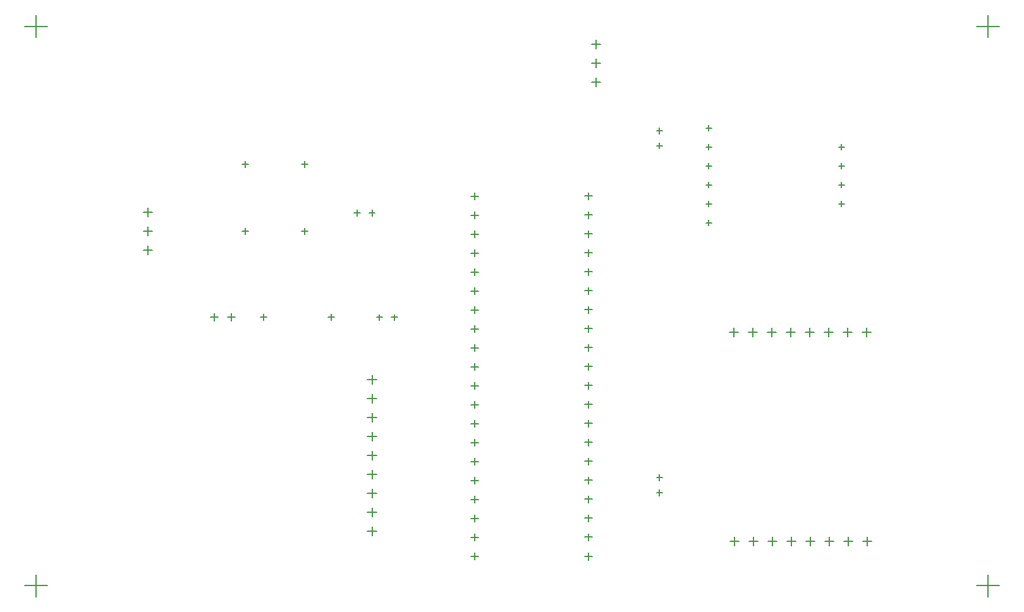
<source format=gbr>
G04*
G04 #@! TF.GenerationSoftware,Altium Limited,Altium Designer,24.1.2 (44)*
G04*
G04 Layer_Color=128*
%FSLAX44Y44*%
%MOMM*%
G71*
G04*
G04 #@! TF.SameCoordinates,0D7877E6-725A-4D16-A8B8-B6347F423BC3*
G04*
G04*
G04 #@! TF.FilePolarity,Positive*
G04*
G01*
G75*
%ADD49C,0.1270*%
D49*
X494000Y148400D02*
X506000D01*
X500000Y142400D02*
Y154400D01*
X494000Y173800D02*
X506000D01*
X500000Y167800D02*
Y179800D01*
X494000Y199200D02*
X506000D01*
X500000Y193200D02*
Y205200D01*
X494000Y224600D02*
X506000D01*
X500000Y218600D02*
Y230600D01*
X494000Y250000D02*
X506000D01*
X500000Y244000D02*
Y256000D01*
X494000Y275400D02*
X506000D01*
X500000Y269400D02*
Y281400D01*
X494000Y300800D02*
X506000D01*
X500000Y294800D02*
Y306800D01*
X494000Y326200D02*
X506000D01*
X500000Y320200D02*
Y332200D01*
X494000Y123000D02*
X506000D01*
X500000Y117000D02*
Y129000D01*
X1310000Y800000D02*
X1340000D01*
X1325000Y785000D02*
Y815000D01*
X35000Y800000D02*
X65000D01*
X50000Y785000D02*
Y815000D01*
X785000Y496200D02*
X795000D01*
X790000Y491200D02*
Y501200D01*
X785000Y521600D02*
X795000D01*
X790000Y516600D02*
Y526600D01*
X785000Y572400D02*
X795000D01*
X790000Y567400D02*
Y577400D01*
X785000Y470800D02*
X795000D01*
X790000Y465800D02*
Y475800D01*
X785000Y547000D02*
X795000D01*
X790000Y542000D02*
Y552000D01*
X785000Y445400D02*
X795000D01*
X790000Y440400D02*
Y450400D01*
X632854Y191291D02*
X642854D01*
X637854Y186291D02*
Y196291D01*
X632854Y89691D02*
X642854D01*
X637854Y84691D02*
Y94691D01*
X632854Y165891D02*
X642854D01*
X637854Y160891D02*
Y170891D01*
X632854Y140491D02*
X642854D01*
X637854Y135491D02*
Y145491D01*
X632854Y115091D02*
X642854D01*
X637854Y110091D02*
Y120091D01*
X632854Y216691D02*
X642854D01*
X637854Y211691D02*
Y221691D01*
X632854Y242091D02*
X642854D01*
X637854Y237091D02*
Y247091D01*
X632854Y292891D02*
X642854D01*
X637854Y287891D02*
Y297891D01*
X632854Y318291D02*
X642854D01*
X637854Y313291D02*
Y323291D01*
X632854Y343691D02*
X642854D01*
X637854Y338691D02*
Y348691D01*
X632854Y267491D02*
X642854D01*
X637854Y262491D02*
Y272491D01*
X632854Y369091D02*
X642854D01*
X637854Y364091D02*
Y374091D01*
X632854Y419891D02*
X642854D01*
X637854Y414891D02*
Y424891D01*
X632854Y572291D02*
X642854D01*
X637854Y567291D02*
Y577291D01*
X632854Y546891D02*
X642854D01*
X637854Y541891D02*
Y551891D01*
X632854Y521491D02*
X642854D01*
X637854Y516491D02*
Y526491D01*
X632854Y496091D02*
X642854D01*
X637854Y491091D02*
Y501091D01*
X632854Y394491D02*
X642854D01*
X637854Y389491D02*
Y399491D01*
X632854Y470691D02*
X642854D01*
X637854Y465691D02*
Y475691D01*
X632854Y445291D02*
X642854D01*
X637854Y440291D02*
Y450291D01*
X785000Y191400D02*
X795000D01*
X790000Y186400D02*
Y196400D01*
X785000Y89546D02*
X795000D01*
X790000Y84546D02*
Y94546D01*
X785000Y166000D02*
X795000D01*
X790000Y161000D02*
Y171000D01*
X785000Y140600D02*
X795000D01*
X790000Y135600D02*
Y145600D01*
X785000Y115200D02*
X795000D01*
X790000Y110200D02*
Y120200D01*
X785000Y216800D02*
X795000D01*
X790000Y211800D02*
Y221800D01*
X785000Y343800D02*
X795000D01*
X790000Y338800D02*
Y348800D01*
X785000Y420000D02*
X795000D01*
X790000Y415000D02*
Y425000D01*
X785000Y394600D02*
X795000D01*
X790000Y389600D02*
Y399600D01*
X785000Y369200D02*
X795000D01*
X790000Y364200D02*
Y374200D01*
X785000Y318400D02*
X795000D01*
X790000Y313400D02*
Y323400D01*
X785000Y293000D02*
X795000D01*
X790000Y288000D02*
Y298000D01*
X785000Y267600D02*
X795000D01*
X790000Y262600D02*
Y272600D01*
X785000Y242200D02*
X795000D01*
X790000Y237200D02*
Y247200D01*
X35000Y50000D02*
X65000D01*
X50000Y35000D02*
Y65000D01*
X194000Y550800D02*
X206000D01*
X200000Y544800D02*
Y556800D01*
X194000Y500000D02*
X206000D01*
X200000Y494000D02*
Y506000D01*
X194000Y525400D02*
X206000D01*
X200000Y519400D02*
Y531400D01*
X1310000Y50000D02*
X1340000D01*
X1325000Y35000D02*
Y65000D01*
X1131000Y390000D02*
X1143000D01*
X1137000Y384000D02*
Y396000D01*
X1105600Y390000D02*
X1117600D01*
X1111600Y384000D02*
Y396000D01*
X1080200Y390000D02*
X1092200D01*
X1086200Y384000D02*
Y396000D01*
X1054800Y390000D02*
X1066800D01*
X1060800Y384000D02*
Y396000D01*
X1029400Y390000D02*
X1041400D01*
X1035400Y384000D02*
Y396000D01*
X1004000Y390000D02*
X1016000D01*
X1010000Y384000D02*
Y396000D01*
X978600Y390000D02*
X990600D01*
X984600Y384000D02*
Y396000D01*
X1157200Y110000D02*
X1169200D01*
X1163200Y104000D02*
Y116000D01*
X1131800Y110000D02*
X1143800D01*
X1137800Y104000D02*
Y116000D01*
X1106400Y110000D02*
X1118400D01*
X1112400Y104000D02*
Y116000D01*
X1081000Y110000D02*
X1093000D01*
X1087000Y104000D02*
Y116000D01*
X1055600Y110000D02*
X1067600D01*
X1061600Y104000D02*
Y116000D01*
X1030200Y110000D02*
X1042200D01*
X1036200Y104000D02*
Y116000D01*
X1004800Y110000D02*
X1016800D01*
X1010800Y104000D02*
Y116000D01*
X979400Y110000D02*
X991400D01*
X985400Y104000D02*
Y116000D01*
X1156400Y390000D02*
X1168400D01*
X1162400Y384000D02*
Y396000D01*
X947290Y663500D02*
X954910D01*
X951100Y659690D02*
Y667310D01*
X1125090Y638100D02*
X1132710D01*
X1128900Y634290D02*
Y641910D01*
X1125090Y612700D02*
X1132710D01*
X1128900Y608890D02*
Y616510D01*
X1125090Y587300D02*
X1132710D01*
X1128900Y583490D02*
Y591110D01*
X1125090Y561900D02*
X1132710D01*
X1128900Y558090D02*
Y565710D01*
X947290Y536500D02*
X954910D01*
X951100Y532690D02*
Y540310D01*
X947290Y561900D02*
X954910D01*
X951100Y558090D02*
Y565710D01*
X947290Y587300D02*
X954910D01*
X951100Y583490D02*
Y591110D01*
X947290Y612700D02*
X954910D01*
X951100Y608890D02*
Y616510D01*
X947290Y638100D02*
X954910D01*
X951100Y634290D02*
Y641910D01*
X881000Y640000D02*
X889000D01*
X885000Y636000D02*
Y644000D01*
X881000Y660000D02*
X889000D01*
X885000Y656000D02*
Y664000D01*
X881000Y195000D02*
X889000D01*
X885000Y191000D02*
Y199000D01*
X881000Y175000D02*
X889000D01*
X885000Y171000D02*
Y179000D01*
X794000Y725000D02*
X806000D01*
X800000Y719000D02*
Y731000D01*
X794000Y750400D02*
X806000D01*
X800000Y744400D02*
Y756400D01*
X794000Y775800D02*
X806000D01*
X800000Y769800D02*
Y781800D01*
X283600Y410000D02*
X293600D01*
X288600Y405000D02*
Y415000D01*
X306400Y410000D02*
X316400D01*
X311400Y405000D02*
Y415000D01*
X526000Y410000D02*
X534000D01*
X530000Y406000D02*
Y414000D01*
X506000Y410000D02*
X514000D01*
X510000Y406000D02*
Y414000D01*
X440750Y410000D02*
X449250D01*
X445000Y405750D02*
Y414250D01*
X350750Y410000D02*
X359250D01*
X355000Y405750D02*
Y414250D01*
X325751Y525000D02*
X334250D01*
X330000Y520750D02*
Y529250D01*
X325751Y615000D02*
X334250D01*
X330000Y610750D02*
Y619250D01*
X405750Y615000D02*
X414250D01*
X410000Y610750D02*
Y619250D01*
X405750Y525000D02*
X414250D01*
X410000Y520750D02*
Y529250D01*
X496000Y550000D02*
X504000D01*
X500000Y546000D02*
Y554000D01*
X476000Y550000D02*
X484000D01*
X480000Y546000D02*
Y554000D01*
M02*

</source>
